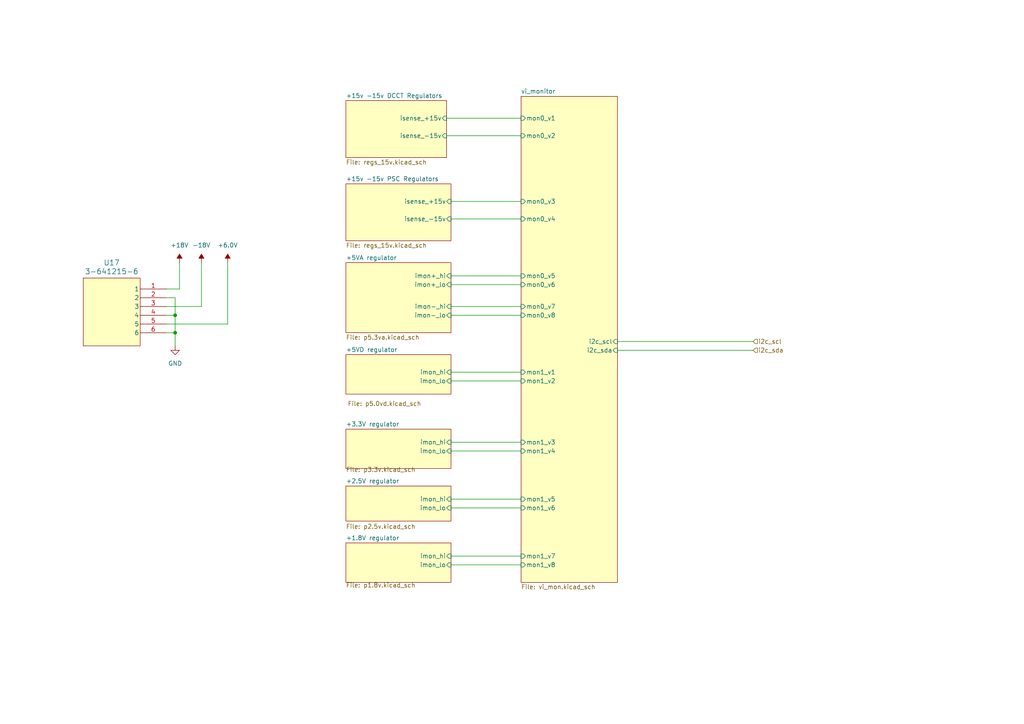
<source format=kicad_sch>
(kicad_sch (version 20250114) (generator "eeschema") (generator_version "9.0")
  (paper "A4")
  (lib_symbols
    (symbol "power:GND" (power) (pin_numbers (hide yes)) (pin_names (offset 0) (hide yes))
      (property "Value" "GND" (at 0 -3.81 0))
      (symbol "GND_0_1"
        (polyline (pts (xy 0 0) (xy 0 -1.27) (xy 1.27 -1.27) (xy 0 -2.54) (xy -1.27 -1.27) (xy 0 -1.27)))
      )
      (symbol "GND_1_1"
        (pin power_in line (at 0 0 270) (length 0) (name "~") (number "1"))
      )
    )
    (symbol "psc:+18V" (power) (pin_numbers (hide yes)) (pin_names (offset 0) (hide yes))
      (property "Value" "+18V" (at 0 3.556 0))
      (symbol "+18V_0_0"
        (pin power_in line (at 0 0 90) (length 0) (name "~") (number "1"))
      )
      (symbol "+18V_0_1"
        (polyline (pts (xy 0 0) (xy 0 1.27) (xy 0.762 1.27) (xy 0 2.54) (xy -0.762 1.27) (xy 0 1.27)) (fill (type outline)))
      )
    )
    (symbol "psc:+6.0V" (power) (pin_numbers (hide yes)) (pin_names (offset 0) (hide yes))
      (property "Value" "+6.0V" (at 0 3.556 0))
      (symbol "+6.0V_0_0"
        (pin power_in line (at 0 0 90) (length 0) (name "~") (number "1"))
      )
      (symbol "+6.0V_0_1"
        (polyline (pts (xy 0 0) (xy 0 1.27) (xy 0.762 1.27) (xy 0 2.54) (xy -0.762 1.27) (xy 0 1.27)) (fill (type outline)))
      )
    )
    (symbol "psc:-18V" (power) (pin_numbers (hide yes)) (pin_names (offset 0) (hide yes))
      (property "Value" "-18V" (at 0 3.556 0))
      (symbol "-18V_0_0"
        (pin power_in line (at 0 0 90) (length 0) (name "~") (number "1"))
      )
      (symbol "-18V_0_1"
        (polyline (pts (xy 0 0) (xy 0 1.27) (xy 0.762 1.27) (xy 0 2.54) (xy -0.762 1.27) (xy 0 1.27)) (fill (type outline)))
      )
    )
    (symbol "psc:3-641215-6" (pin_names (offset 0.254))
      (property "Reference" "U" (at 35.814 -13.208 0))
      (property "Value" "3-641215-6" (at 30.48 10.414 0))
      (symbol "3-641215-6_0_1"
        (pin unspecified line (at 45.72 2.54 180) (length 7.62) (name "2") (number "2"))
        (pin unspecified line (at 45.72 0 180) (length 7.62) (name "3") (number "3"))
        (pin unspecified line (at 45.72 -2.54 180) (length 7.62) (name "4") (number "4"))
        (pin unspecified line (at 45.72 -5.08 180) (length 7.62) (name "5") (number "5"))
        (pin unspecified line (at 45.72 -7.62 180) (length 7.62) (name "6") (number "6"))
      )
      (symbol "3-641215-6_1_1"
        (rectangle (start 21.59 8.255) (end 38.1 -11.43) (fill (type color) (color 255 255 194 1)))
        (pin unspecified line (at 45.72 5.08 180) (length 7.62) (name "1") (number "1"))
      )
    )
  )
  (junction (at 50.8 96.52))
  (junction (at 50.8 91.44))
  (wire (pts (xy 130.81 63.5) (xy 151.13 63.5)))
  (wire (pts (xy 129.54 39.37) (xy 151.13 39.37)))
  (wire (pts (xy 48.26 96.52) (xy 50.8 96.52)))
  (wire (pts (xy 130.81 163.83) (xy 151.13 163.83)))
  (wire (pts (xy 52.07 76.2) (xy 52.07 83.82)))
  (wire (pts (xy 130.81 147.32) (xy 151.13 147.32)))
  (wire (pts (xy 130.81 88.9) (xy 151.13 88.9)))
  (wire (pts (xy 130.81 110.49) (xy 151.13 110.49)))
  (wire (pts (xy 50.8 91.44) (xy 50.8 96.52)))
  (wire (pts (xy 66.04 76.2) (xy 66.04 93.98)))
  (wire (pts (xy 130.81 82.55) (xy 151.13 82.55)))
  (wire (pts (xy 130.81 128.27) (xy 151.13 128.27)))
  (wire (pts (xy 58.42 88.9) (xy 48.26 88.9)))
  (wire (pts (xy 50.8 86.36) (xy 50.8 91.44)))
  (wire (pts (xy 50.8 96.52) (xy 50.8 100.33)))
  (wire (pts (xy 130.81 91.44) (xy 151.13 91.44)))
  (wire (pts (xy 130.81 107.95) (xy 151.13 107.95)))
  (wire (pts (xy 66.04 93.98) (xy 48.26 93.98)))
  (wire (pts (xy 48.26 91.44) (xy 50.8 91.44)))
  (wire (pts (xy 48.26 86.36) (xy 50.8 86.36)))
  (wire (pts (xy 130.81 144.78) (xy 151.13 144.78)))
  (wire (pts (xy 52.07 83.82) (xy 48.26 83.82)))
  (wire (pts (xy 130.81 161.29) (xy 151.13 161.29)))
  (wire (pts (xy 130.81 80.01) (xy 151.13 80.01)))
  (wire (pts (xy 179.07 99.06) (xy 218.44 99.06)))
  (wire (pts (xy 130.81 130.81) (xy 151.13 130.81)))
  (wire (pts (xy 179.07 101.6) (xy 218.44 101.6)))
  (wire (pts (xy 58.42 76.2) (xy 58.42 88.9)))
  (wire (pts (xy 130.81 58.42) (xy 151.13 58.42)))
  (wire (pts (xy 129.54 34.29) (xy 151.13 34.29)))
  (hierarchical_label "i2c_sda" (shape input) (at 218.44 101.6 0))
  (hierarchical_label "i2c_scl" (shape input) (at 218.44 99.06 0))
  (symbol (lib_id "psc:-18V") (at 58.42 76.2 0) (unit 1)
    (property "Reference" "#PWR0140" (effects (hide yes)))
    (property "Value" "-18V" (at 58.42 71.12 0))
    (property "Description" "Power symbol creates a global label with name \"-15V\"" (effects (hide yes)))
  )
  (symbol (lib_id "psc:+6.0V") (at 66.04 76.2 0) (unit 1)
    (property "Reference" "#PWR0141" (effects (hide yes)))
    (property "Value" "+6.0V" (at 66.04 71.12 0))
    (property "Description" "Power symbol creates a global label with name \"-15V\"" (effects (hide yes)))
  )
  (symbol (lib_id "psc:3-641215-6") (at 2.54 88.9 0) (unit 1)
    (property "Reference" "U17" (at 32.385 76.2 0) (effects (font (size 1.524 1.524))))
    (property "Value" "3-641215-6" (at 32.385 78.74 0) (effects (font (size 1.524 1.524))))
    (property "Footprint" "myparts:3-641215-6_TYC" (effects (hide yes)))
    (property "Datasheet" "https://www.te.com/commerce/DocumentDelivery/DDEController?Action=srchrtrv&DocNm=108-1050&DocType=Specification+Or+Standard&DocLang=English&PartCntxt=2300173-1&DocFormat=pdf" (effects (hide yes)))
  )
  (symbol (lib_id "power:GND") (at 50.8 100.33 0) (unit 1)
    (property "Reference" "#PWR0142" (effects (hide yes)))
    (property "Value" "GND" (at 50.8 105.41 0))
    (property "Description" "Power symbol creates a global label with name \"GND\" , ground" (effects (hide yes)))
  )
  (symbol (lib_id "psc:+18V") (at 52.07 76.2 0) (unit 1)
    (property "Reference" "#PWR0139" (effects (hide yes)))
    (property "Value" "+18V" (at 52.07 71.12 0))
    (property "Description" "Power symbol creates a global label with name \"-15V\"" (effects (hide yes)))
  )
  (sheet (at 100.33 157.48) (size 30.48 11.43) (stroke (width 0.1524)) (fill (color 255 255 194 1.0000))
    (property "Sheetname" "+1.8V regulator" (at 100.33 156.7684 0) (effects (justify left bottom)))
    (property "Sheetfile" "p1.8v.kicad_sch" (at 100.33 168.9866 0) (effects (justify left top)))
    (pin "imon_hi" input (at 130.81 161.29 0))
    (pin "imon_lo" input (at 130.81 163.83 0))
  )
  (sheet (at 100.33 76.2) (size 30.48 20.32) (stroke (width 0.1524)) (fill (color 255 255 194 1.0000))
    (property "Sheetname" "+5VA regulator" (at 100.33 75.4884 0) (effects (justify left bottom)))
    (property "Sheetfile" "p5.3va.kicad_sch" (at 100.33 97.1046 0) (effects (justify left top)))
    (pin "imon+_hi" input (at 130.81 80.01 0))
    (pin "imon-_hi" input (at 130.81 88.9 0))
    (pin "imon-_lo" input (at 130.81 91.44 0))
    (pin "imon+_lo" input (at 130.81 82.55 0))
  )
  (sheet (at 100.33 140.97) (size 30.48 10.16) (stroke (width 0.1524)) (fill (color 255 255 194 1.0000))
    (property "Sheetname" "+2.5V regulator" (at 100.33 140.2584 0) (effects (justify left bottom)))
    (property "Sheetfile" "p2.5v.kicad_sch" (at 100.33 151.9686 0) (effects (justify left top)))
    (pin "imon_hi" input (at 130.81 144.78 0))
    (pin "imon_lo" input (at 130.81 147.32 0))
  )
  (sheet (at 151.13 27.94) (size 27.94 140.97) (stroke (width 0.1524)) (fill (color 255 255 194 1.0000))
    (property "Sheetname" "vi_monitor" (at 151.13 27.2284 0) (effects (justify left bottom)))
    (property "Sheetfile" "vi_mon.kicad_sch" (at 151.13 169.4946 0) (effects (justify left top)))
    (pin "mon0_v7" input (at 151.13 88.9 180))
    (pin "mon1_v2" input (at 151.13 110.49 180))
    (pin "mon1_v4" input (at 151.13 130.81 180))
    (pin "mon0_v4" input (at 151.13 63.5 180))
    (pin "mon0_v5" input (at 151.13 80.01 180))
    (pin "i2c_scl" input (at 179.07 99.06 0))
    (pin "mon0_v6" input (at 151.13 82.55 180))
    (pin "i2c_sda" input (at 179.07 101.6 0))
    (pin "mon0_v2" input (at 151.13 39.37 180))
    (pin "mon1_v8" input (at 151.13 163.83 180))
    (pin "mon1_v3" input (at 151.13 128.27 180))
    (pin "mon1_v7" input (at 151.13 161.29 180))
    (pin "mon0_v1" input (at 151.13 34.29 180))
    (pin "mon0_v3" input (at 151.13 58.42 180))
    (pin "mon1_v6" input (at 151.13 147.32 180))
    (pin "mon0_v8" input (at 151.13 91.44 180))
    (pin "mon1_v5" input (at 151.13 144.78 180))
    (pin "mon1_v1" input (at 151.13 107.95 180))
  )
  (sheet (at 100.33 102.87) (size 30.48 11.43) (stroke (width 0.1524)) (fill (color 255 255 194 1.0000))
    (property "Sheetname" "+5VD regulator" (at 100.33 102.1584 0) (effects (justify left bottom)))
    (property "Sheetfile" "p5.0vd.kicad_sch" (at 100.838 116.332 0) (effects (justify left top)))
    (pin "imon_lo" input (at 130.81 110.49 0))
    (pin "imon_hi" input (at 130.81 107.95 0))
  )
  (sheet (at 100.33 53.34) (size 30.48 16.51) (stroke (width 0.1524)) (fill (color 255 255 194 1.0000))
    (property "Sheetname" "+15v -15v PSC Regulators" (at 100.33 52.6284 0) (effects (justify left bottom)))
    (property "Sheetfile" "regs_15v.kicad_sch" (at 100.33 70.4346 0) (effects (justify left top)))
    (pin "isense_+15v" input (at 130.81 58.42 0))
    (pin "isense_-15v" input (at 130.81 63.5 0))
  )
  (sheet (at 100.33 29.21) (size 29.21 16.51) (stroke (width 0.1524)) (fill (color 255 255 194 1.0000))
    (property "Sheetname" "+15v -15v DCCT Regulators" (at 100.33 28.4984 0) (effects (justify left bottom)))
    (property "Sheetfile" "regs_15v.kicad_sch" (at 100.33 46.3046 0) (effects (justify left top)))
    (pin "isense_+15v" input (at 129.54 34.29 0))
    (pin "isense_-15v" input (at 129.54 39.37 0))
  )
  (sheet (at 100.33 124.46) (size 30.48 11.43) (stroke (width 0.1524)) (fill (color 255 255 194 1.0000))
    (property "Sheetname" "+3.3V regulator" (at 100.33 123.7484 0) (effects (justify left bottom)))
    (property "Sheetfile" "p3.3v.kicad_sch" (at 100.33 135.4586 0) (effects (justify left top)))
    (pin "imon_hi" input (at 130.81 128.27 0))
    (pin "imon_lo" input (at 130.81 130.81 0))
  )
)
</source>
